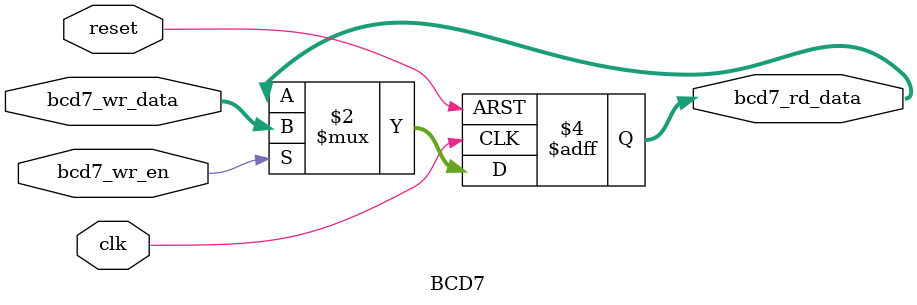
<source format=v>
`timescale 1ns / 1ps
module BCD7 (
         clk, reset,
         bcd7_wr_en, bcd7_wr_data,
         bcd7_rd_data
       );

input clk, reset, bcd7_wr_en;
input [11:0] bcd7_wr_data;

output reg [11:0] bcd7_rd_data;

always @(posedge clk or posedge reset)
  begin
    if(reset)
      bcd7_rd_data <= 12'b0;
    else
      begin
        if(bcd7_wr_en)
          bcd7_rd_data <= bcd7_wr_data;
      end
  end

endmodule
</source>
